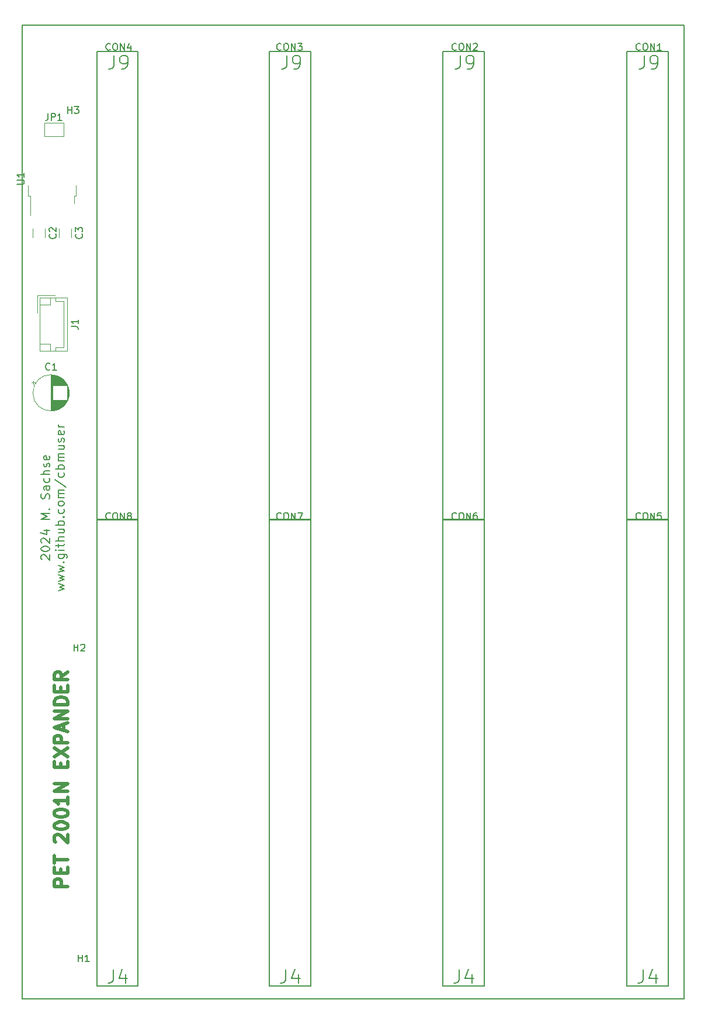
<source format=gbr>
G04 #@! TF.GenerationSoftware,KiCad,Pcbnew,5.0.2+dfsg1-1+deb10u1*
G04 #@! TF.CreationDate,2024-03-15T20:56:59+01:00*
G04 #@! TF.ProjectId,pet_expander,7065745f-6578-4706-916e-6465722e6b69,rev?*
G04 #@! TF.SameCoordinates,Original*
G04 #@! TF.FileFunction,Legend,Top*
G04 #@! TF.FilePolarity,Positive*
%FSLAX46Y46*%
G04 Gerber Fmt 4.6, Leading zero omitted, Abs format (unit mm)*
G04 Created by KiCad (PCBNEW 5.0.2+dfsg1-1+deb10u1) date Fr 15 Mär 2024 20:56:59 CET*
%MOMM*%
%LPD*%
G01*
G04 APERTURE LIST*
%ADD10C,0.158750*%
%ADD11C,0.476250*%
%ADD12C,0.200000*%
%ADD13C,0.120000*%
%ADD14C,0.150000*%
G04 APERTURE END LIST*
D10*
X60623601Y-96429285D02*
X60563125Y-96368809D01*
X60502648Y-96247857D01*
X60502648Y-95945476D01*
X60563125Y-95824523D01*
X60623601Y-95764047D01*
X60744553Y-95703571D01*
X60865505Y-95703571D01*
X61046934Y-95764047D01*
X61772648Y-96489761D01*
X61772648Y-95703571D01*
X60502648Y-94917380D02*
X60502648Y-94796428D01*
X60563125Y-94675476D01*
X60623601Y-94615000D01*
X60744553Y-94554523D01*
X60986458Y-94494047D01*
X61288839Y-94494047D01*
X61530744Y-94554523D01*
X61651696Y-94615000D01*
X61712172Y-94675476D01*
X61772648Y-94796428D01*
X61772648Y-94917380D01*
X61712172Y-95038333D01*
X61651696Y-95098809D01*
X61530744Y-95159285D01*
X61288839Y-95219761D01*
X60986458Y-95219761D01*
X60744553Y-95159285D01*
X60623601Y-95098809D01*
X60563125Y-95038333D01*
X60502648Y-94917380D01*
X60623601Y-94010238D02*
X60563125Y-93949761D01*
X60502648Y-93828809D01*
X60502648Y-93526428D01*
X60563125Y-93405476D01*
X60623601Y-93345000D01*
X60744553Y-93284523D01*
X60865505Y-93284523D01*
X61046934Y-93345000D01*
X61772648Y-94070714D01*
X61772648Y-93284523D01*
X60925982Y-92195952D02*
X61772648Y-92195952D01*
X60442172Y-92498333D02*
X61349315Y-92800714D01*
X61349315Y-92014523D01*
X61772648Y-90563095D02*
X60502648Y-90563095D01*
X61409791Y-90139761D01*
X60502648Y-89716428D01*
X61772648Y-89716428D01*
X61651696Y-89111666D02*
X61712172Y-89051190D01*
X61772648Y-89111666D01*
X61712172Y-89172142D01*
X61651696Y-89111666D01*
X61772648Y-89111666D01*
X61712172Y-87599761D02*
X61772648Y-87418333D01*
X61772648Y-87115952D01*
X61712172Y-86995000D01*
X61651696Y-86934523D01*
X61530744Y-86874047D01*
X61409791Y-86874047D01*
X61288839Y-86934523D01*
X61228363Y-86995000D01*
X61167886Y-87115952D01*
X61107410Y-87357857D01*
X61046934Y-87478809D01*
X60986458Y-87539285D01*
X60865505Y-87599761D01*
X60744553Y-87599761D01*
X60623601Y-87539285D01*
X60563125Y-87478809D01*
X60502648Y-87357857D01*
X60502648Y-87055476D01*
X60563125Y-86874047D01*
X61772648Y-85785476D02*
X61107410Y-85785476D01*
X60986458Y-85845952D01*
X60925982Y-85966904D01*
X60925982Y-86208809D01*
X60986458Y-86329761D01*
X61712172Y-85785476D02*
X61772648Y-85906428D01*
X61772648Y-86208809D01*
X61712172Y-86329761D01*
X61591220Y-86390238D01*
X61470267Y-86390238D01*
X61349315Y-86329761D01*
X61288839Y-86208809D01*
X61288839Y-85906428D01*
X61228363Y-85785476D01*
X61712172Y-84636428D02*
X61772648Y-84757380D01*
X61772648Y-84999285D01*
X61712172Y-85120238D01*
X61651696Y-85180714D01*
X61530744Y-85241190D01*
X61167886Y-85241190D01*
X61046934Y-85180714D01*
X60986458Y-85120238D01*
X60925982Y-84999285D01*
X60925982Y-84757380D01*
X60986458Y-84636428D01*
X61772648Y-84092142D02*
X60502648Y-84092142D01*
X61772648Y-83547857D02*
X61107410Y-83547857D01*
X60986458Y-83608333D01*
X60925982Y-83729285D01*
X60925982Y-83910714D01*
X60986458Y-84031666D01*
X61046934Y-84092142D01*
X61712172Y-83003571D02*
X61772648Y-82882619D01*
X61772648Y-82640714D01*
X61712172Y-82519761D01*
X61591220Y-82459285D01*
X61530744Y-82459285D01*
X61409791Y-82519761D01*
X61349315Y-82640714D01*
X61349315Y-82822142D01*
X61288839Y-82943095D01*
X61167886Y-83003571D01*
X61107410Y-83003571D01*
X60986458Y-82943095D01*
X60925982Y-82822142D01*
X60925982Y-82640714D01*
X60986458Y-82519761D01*
X61712172Y-81431190D02*
X61772648Y-81552142D01*
X61772648Y-81794047D01*
X61712172Y-81915000D01*
X61591220Y-81975476D01*
X61107410Y-81975476D01*
X60986458Y-81915000D01*
X60925982Y-81794047D01*
X60925982Y-81552142D01*
X60986458Y-81431190D01*
X61107410Y-81370714D01*
X61228363Y-81370714D01*
X61349315Y-81975476D01*
X62989732Y-100904523D02*
X63836398Y-100662619D01*
X63231636Y-100420714D01*
X63836398Y-100178809D01*
X62989732Y-99936904D01*
X62989732Y-99574047D02*
X63836398Y-99332142D01*
X63231636Y-99090238D01*
X63836398Y-98848333D01*
X62989732Y-98606428D01*
X62989732Y-98243571D02*
X63836398Y-98001666D01*
X63231636Y-97759761D01*
X63836398Y-97517857D01*
X62989732Y-97275952D01*
X63715446Y-96792142D02*
X63775922Y-96731666D01*
X63836398Y-96792142D01*
X63775922Y-96852619D01*
X63715446Y-96792142D01*
X63836398Y-96792142D01*
X62989732Y-95643095D02*
X64017827Y-95643095D01*
X64138779Y-95703571D01*
X64199255Y-95764047D01*
X64259732Y-95885000D01*
X64259732Y-96066428D01*
X64199255Y-96187380D01*
X63775922Y-95643095D02*
X63836398Y-95764047D01*
X63836398Y-96005952D01*
X63775922Y-96126904D01*
X63715446Y-96187380D01*
X63594494Y-96247857D01*
X63231636Y-96247857D01*
X63110684Y-96187380D01*
X63050208Y-96126904D01*
X62989732Y-96005952D01*
X62989732Y-95764047D01*
X63050208Y-95643095D01*
X63836398Y-95038333D02*
X62989732Y-95038333D01*
X62566398Y-95038333D02*
X62626875Y-95098809D01*
X62687351Y-95038333D01*
X62626875Y-94977857D01*
X62566398Y-95038333D01*
X62687351Y-95038333D01*
X62989732Y-94615000D02*
X62989732Y-94131190D01*
X62566398Y-94433571D02*
X63654970Y-94433571D01*
X63775922Y-94373095D01*
X63836398Y-94252142D01*
X63836398Y-94131190D01*
X63836398Y-93707857D02*
X62566398Y-93707857D01*
X63836398Y-93163571D02*
X63171160Y-93163571D01*
X63050208Y-93224047D01*
X62989732Y-93345000D01*
X62989732Y-93526428D01*
X63050208Y-93647380D01*
X63110684Y-93707857D01*
X62989732Y-92014523D02*
X63836398Y-92014523D01*
X62989732Y-92558809D02*
X63654970Y-92558809D01*
X63775922Y-92498333D01*
X63836398Y-92377380D01*
X63836398Y-92195952D01*
X63775922Y-92075000D01*
X63715446Y-92014523D01*
X63836398Y-91409761D02*
X62566398Y-91409761D01*
X63050208Y-91409761D02*
X62989732Y-91288809D01*
X62989732Y-91046904D01*
X63050208Y-90925952D01*
X63110684Y-90865476D01*
X63231636Y-90805000D01*
X63594494Y-90805000D01*
X63715446Y-90865476D01*
X63775922Y-90925952D01*
X63836398Y-91046904D01*
X63836398Y-91288809D01*
X63775922Y-91409761D01*
X63715446Y-90260714D02*
X63775922Y-90200238D01*
X63836398Y-90260714D01*
X63775922Y-90321190D01*
X63715446Y-90260714D01*
X63836398Y-90260714D01*
X63775922Y-89111666D02*
X63836398Y-89232619D01*
X63836398Y-89474523D01*
X63775922Y-89595476D01*
X63715446Y-89655952D01*
X63594494Y-89716428D01*
X63231636Y-89716428D01*
X63110684Y-89655952D01*
X63050208Y-89595476D01*
X62989732Y-89474523D01*
X62989732Y-89232619D01*
X63050208Y-89111666D01*
X63836398Y-88385952D02*
X63775922Y-88506904D01*
X63715446Y-88567380D01*
X63594494Y-88627857D01*
X63231636Y-88627857D01*
X63110684Y-88567380D01*
X63050208Y-88506904D01*
X62989732Y-88385952D01*
X62989732Y-88204523D01*
X63050208Y-88083571D01*
X63110684Y-88023095D01*
X63231636Y-87962619D01*
X63594494Y-87962619D01*
X63715446Y-88023095D01*
X63775922Y-88083571D01*
X63836398Y-88204523D01*
X63836398Y-88385952D01*
X63836398Y-87418333D02*
X62989732Y-87418333D01*
X63110684Y-87418333D02*
X63050208Y-87357857D01*
X62989732Y-87236904D01*
X62989732Y-87055476D01*
X63050208Y-86934523D01*
X63171160Y-86874047D01*
X63836398Y-86874047D01*
X63171160Y-86874047D02*
X63050208Y-86813571D01*
X62989732Y-86692619D01*
X62989732Y-86511190D01*
X63050208Y-86390238D01*
X63171160Y-86329761D01*
X63836398Y-86329761D01*
X62505922Y-84817857D02*
X64138779Y-85906428D01*
X63775922Y-83850238D02*
X63836398Y-83971190D01*
X63836398Y-84213095D01*
X63775922Y-84334047D01*
X63715446Y-84394523D01*
X63594494Y-84455000D01*
X63231636Y-84455000D01*
X63110684Y-84394523D01*
X63050208Y-84334047D01*
X62989732Y-84213095D01*
X62989732Y-83971190D01*
X63050208Y-83850238D01*
X63836398Y-83305952D02*
X62566398Y-83305952D01*
X63050208Y-83305952D02*
X62989732Y-83185000D01*
X62989732Y-82943095D01*
X63050208Y-82822142D01*
X63110684Y-82761666D01*
X63231636Y-82701190D01*
X63594494Y-82701190D01*
X63715446Y-82761666D01*
X63775922Y-82822142D01*
X63836398Y-82943095D01*
X63836398Y-83185000D01*
X63775922Y-83305952D01*
X63836398Y-82156904D02*
X62989732Y-82156904D01*
X63110684Y-82156904D02*
X63050208Y-82096428D01*
X62989732Y-81975476D01*
X62989732Y-81794047D01*
X63050208Y-81673095D01*
X63171160Y-81612619D01*
X63836398Y-81612619D01*
X63171160Y-81612619D02*
X63050208Y-81552142D01*
X62989732Y-81431190D01*
X62989732Y-81249761D01*
X63050208Y-81128809D01*
X63171160Y-81068333D01*
X63836398Y-81068333D01*
X62989732Y-79919285D02*
X63836398Y-79919285D01*
X62989732Y-80463571D02*
X63654970Y-80463571D01*
X63775922Y-80403095D01*
X63836398Y-80282142D01*
X63836398Y-80100714D01*
X63775922Y-79979761D01*
X63715446Y-79919285D01*
X63775922Y-79375000D02*
X63836398Y-79254047D01*
X63836398Y-79012142D01*
X63775922Y-78891190D01*
X63654970Y-78830714D01*
X63594494Y-78830714D01*
X63473541Y-78891190D01*
X63413065Y-79012142D01*
X63413065Y-79193571D01*
X63352589Y-79314523D01*
X63231636Y-79375000D01*
X63171160Y-79375000D01*
X63050208Y-79314523D01*
X62989732Y-79193571D01*
X62989732Y-79012142D01*
X63050208Y-78891190D01*
X63775922Y-77802619D02*
X63836398Y-77923571D01*
X63836398Y-78165476D01*
X63775922Y-78286428D01*
X63654970Y-78346904D01*
X63171160Y-78346904D01*
X63050208Y-78286428D01*
X62989732Y-78165476D01*
X62989732Y-77923571D01*
X63050208Y-77802619D01*
X63171160Y-77742142D01*
X63292113Y-77742142D01*
X63413065Y-78346904D01*
X63836398Y-77197857D02*
X62989732Y-77197857D01*
X63231636Y-77197857D02*
X63110684Y-77137380D01*
X63050208Y-77076904D01*
X62989732Y-76955952D01*
X62989732Y-76835000D01*
D11*
X64361785Y-143736785D02*
X62456785Y-143736785D01*
X62456785Y-143011071D01*
X62547500Y-142829642D01*
X62638214Y-142738928D01*
X62819642Y-142648214D01*
X63091785Y-142648214D01*
X63273214Y-142738928D01*
X63363928Y-142829642D01*
X63454642Y-143011071D01*
X63454642Y-143736785D01*
X63363928Y-141831785D02*
X63363928Y-141196785D01*
X64361785Y-140924642D02*
X64361785Y-141831785D01*
X62456785Y-141831785D01*
X62456785Y-140924642D01*
X62456785Y-140380357D02*
X62456785Y-139291785D01*
X64361785Y-139836071D02*
X62456785Y-139836071D01*
X62638214Y-137296071D02*
X62547500Y-137205357D01*
X62456785Y-137023928D01*
X62456785Y-136570357D01*
X62547500Y-136388928D01*
X62638214Y-136298214D01*
X62819642Y-136207500D01*
X63001071Y-136207500D01*
X63273214Y-136298214D01*
X64361785Y-137386785D01*
X64361785Y-136207500D01*
X62456785Y-135028214D02*
X62456785Y-134846785D01*
X62547500Y-134665357D01*
X62638214Y-134574642D01*
X62819642Y-134483928D01*
X63182500Y-134393214D01*
X63636071Y-134393214D01*
X63998928Y-134483928D01*
X64180357Y-134574642D01*
X64271071Y-134665357D01*
X64361785Y-134846785D01*
X64361785Y-135028214D01*
X64271071Y-135209642D01*
X64180357Y-135300357D01*
X63998928Y-135391071D01*
X63636071Y-135481785D01*
X63182500Y-135481785D01*
X62819642Y-135391071D01*
X62638214Y-135300357D01*
X62547500Y-135209642D01*
X62456785Y-135028214D01*
X62456785Y-133213928D02*
X62456785Y-133032500D01*
X62547500Y-132851071D01*
X62638214Y-132760357D01*
X62819642Y-132669642D01*
X63182500Y-132578928D01*
X63636071Y-132578928D01*
X63998928Y-132669642D01*
X64180357Y-132760357D01*
X64271071Y-132851071D01*
X64361785Y-133032500D01*
X64361785Y-133213928D01*
X64271071Y-133395357D01*
X64180357Y-133486071D01*
X63998928Y-133576785D01*
X63636071Y-133667500D01*
X63182500Y-133667500D01*
X62819642Y-133576785D01*
X62638214Y-133486071D01*
X62547500Y-133395357D01*
X62456785Y-133213928D01*
X64361785Y-130764642D02*
X64361785Y-131853214D01*
X64361785Y-131308928D02*
X62456785Y-131308928D01*
X62728928Y-131490357D01*
X62910357Y-131671785D01*
X63001071Y-131853214D01*
X64361785Y-129948214D02*
X62456785Y-129948214D01*
X64361785Y-128859642D01*
X62456785Y-128859642D01*
X63363928Y-126501071D02*
X63363928Y-125866071D01*
X64361785Y-125593928D02*
X64361785Y-126501071D01*
X62456785Y-126501071D01*
X62456785Y-125593928D01*
X62456785Y-124958928D02*
X64361785Y-123688928D01*
X62456785Y-123688928D02*
X64361785Y-124958928D01*
X64361785Y-122963214D02*
X62456785Y-122963214D01*
X62456785Y-122237500D01*
X62547500Y-122056071D01*
X62638214Y-121965357D01*
X62819642Y-121874642D01*
X63091785Y-121874642D01*
X63273214Y-121965357D01*
X63363928Y-122056071D01*
X63454642Y-122237500D01*
X63454642Y-122963214D01*
X63817500Y-121148928D02*
X63817500Y-120241785D01*
X64361785Y-121330357D02*
X62456785Y-120695357D01*
X64361785Y-120060357D01*
X64361785Y-119425357D02*
X62456785Y-119425357D01*
X64361785Y-118336785D01*
X62456785Y-118336785D01*
X64361785Y-117429642D02*
X62456785Y-117429642D01*
X62456785Y-116976071D01*
X62547500Y-116703928D01*
X62728928Y-116522500D01*
X62910357Y-116431785D01*
X63273214Y-116341071D01*
X63545357Y-116341071D01*
X63908214Y-116431785D01*
X64089642Y-116522500D01*
X64271071Y-116703928D01*
X64361785Y-116976071D01*
X64361785Y-117429642D01*
X63363928Y-115524642D02*
X63363928Y-114889642D01*
X64361785Y-114617500D02*
X64361785Y-115524642D01*
X62456785Y-115524642D01*
X62456785Y-114617500D01*
X64361785Y-112712500D02*
X63454642Y-113347500D01*
X64361785Y-113801071D02*
X62456785Y-113801071D01*
X62456785Y-113075357D01*
X62547500Y-112893928D01*
X62638214Y-112803214D01*
X62819642Y-112712500D01*
X63091785Y-112712500D01*
X63273214Y-112803214D01*
X63363928Y-112893928D01*
X63454642Y-113075357D01*
X63454642Y-113801071D01*
D12*
X57785000Y-19050000D02*
X64770000Y-19050000D01*
X57785000Y-160020000D02*
X57785000Y-19050000D01*
X153670000Y-160020000D02*
X57785000Y-160020000D01*
X153670000Y-19050000D02*
X153670000Y-160020000D01*
X64770000Y-19050000D02*
X153670000Y-19050000D01*
D13*
G04 #@! TO.C,C3*
X63088000Y-48500000D02*
X63088000Y-49758000D01*
X64928000Y-48500000D02*
X64928000Y-49758000D01*
G04 #@! TO.C,C2*
X59278000Y-48500000D02*
X59278000Y-49758000D01*
X61118000Y-48500000D02*
X61118000Y-49758000D01*
G04 #@! TO.C,JP1*
X60957000Y-33163000D02*
X63757000Y-33163000D01*
X63757000Y-33163000D02*
X63757000Y-35163000D01*
X63757000Y-35163000D02*
X60957000Y-35163000D01*
X60957000Y-35163000D02*
X60957000Y-33163000D01*
G04 #@! TO.C,C1*
X59401225Y-70538000D02*
X59401225Y-71038000D01*
X59151225Y-70788000D02*
X59651225Y-70788000D01*
X64557000Y-71979000D02*
X64557000Y-72547000D01*
X64517000Y-71745000D02*
X64517000Y-72781000D01*
X64477000Y-71586000D02*
X64477000Y-72940000D01*
X64437000Y-71458000D02*
X64437000Y-73068000D01*
X64397000Y-71348000D02*
X64397000Y-73178000D01*
X64357000Y-71252000D02*
X64357000Y-73274000D01*
X64317000Y-71165000D02*
X64317000Y-73361000D01*
X64277000Y-71085000D02*
X64277000Y-73441000D01*
X64237000Y-73303000D02*
X64237000Y-73514000D01*
X64237000Y-71012000D02*
X64237000Y-71223000D01*
X64197000Y-73303000D02*
X64197000Y-73582000D01*
X64197000Y-70944000D02*
X64197000Y-71223000D01*
X64157000Y-73303000D02*
X64157000Y-73646000D01*
X64157000Y-70880000D02*
X64157000Y-71223000D01*
X64117000Y-73303000D02*
X64117000Y-73706000D01*
X64117000Y-70820000D02*
X64117000Y-71223000D01*
X64077000Y-73303000D02*
X64077000Y-73763000D01*
X64077000Y-70763000D02*
X64077000Y-71223000D01*
X64037000Y-73303000D02*
X64037000Y-73817000D01*
X64037000Y-70709000D02*
X64037000Y-71223000D01*
X63997000Y-73303000D02*
X63997000Y-73868000D01*
X63997000Y-70658000D02*
X63997000Y-71223000D01*
X63957000Y-73303000D02*
X63957000Y-73916000D01*
X63957000Y-70610000D02*
X63957000Y-71223000D01*
X63917000Y-73303000D02*
X63917000Y-73962000D01*
X63917000Y-70564000D02*
X63917000Y-71223000D01*
X63877000Y-73303000D02*
X63877000Y-74006000D01*
X63877000Y-70520000D02*
X63877000Y-71223000D01*
X63837000Y-73303000D02*
X63837000Y-74048000D01*
X63837000Y-70478000D02*
X63837000Y-71223000D01*
X63797000Y-73303000D02*
X63797000Y-74089000D01*
X63797000Y-70437000D02*
X63797000Y-71223000D01*
X63757000Y-73303000D02*
X63757000Y-74127000D01*
X63757000Y-70399000D02*
X63757000Y-71223000D01*
X63717000Y-73303000D02*
X63717000Y-74164000D01*
X63717000Y-70362000D02*
X63717000Y-71223000D01*
X63677000Y-73303000D02*
X63677000Y-74200000D01*
X63677000Y-70326000D02*
X63677000Y-71223000D01*
X63637000Y-73303000D02*
X63637000Y-74234000D01*
X63637000Y-70292000D02*
X63637000Y-71223000D01*
X63597000Y-73303000D02*
X63597000Y-74267000D01*
X63597000Y-70259000D02*
X63597000Y-71223000D01*
X63557000Y-73303000D02*
X63557000Y-74298000D01*
X63557000Y-70228000D02*
X63557000Y-71223000D01*
X63517000Y-73303000D02*
X63517000Y-74328000D01*
X63517000Y-70198000D02*
X63517000Y-71223000D01*
X63477000Y-73303000D02*
X63477000Y-74358000D01*
X63477000Y-70168000D02*
X63477000Y-71223000D01*
X63437000Y-73303000D02*
X63437000Y-74385000D01*
X63437000Y-70141000D02*
X63437000Y-71223000D01*
X63397000Y-73303000D02*
X63397000Y-74412000D01*
X63397000Y-70114000D02*
X63397000Y-71223000D01*
X63357000Y-73303000D02*
X63357000Y-74438000D01*
X63357000Y-70088000D02*
X63357000Y-71223000D01*
X63317000Y-73303000D02*
X63317000Y-74463000D01*
X63317000Y-70063000D02*
X63317000Y-71223000D01*
X63277000Y-73303000D02*
X63277000Y-74487000D01*
X63277000Y-70039000D02*
X63277000Y-71223000D01*
X63237000Y-73303000D02*
X63237000Y-74510000D01*
X63237000Y-70016000D02*
X63237000Y-71223000D01*
X63197000Y-73303000D02*
X63197000Y-74531000D01*
X63197000Y-69995000D02*
X63197000Y-71223000D01*
X63157000Y-73303000D02*
X63157000Y-74553000D01*
X63157000Y-69973000D02*
X63157000Y-71223000D01*
X63117000Y-73303000D02*
X63117000Y-74573000D01*
X63117000Y-69953000D02*
X63117000Y-71223000D01*
X63077000Y-73303000D02*
X63077000Y-74592000D01*
X63077000Y-69934000D02*
X63077000Y-71223000D01*
X63037000Y-73303000D02*
X63037000Y-74611000D01*
X63037000Y-69915000D02*
X63037000Y-71223000D01*
X62997000Y-73303000D02*
X62997000Y-74628000D01*
X62997000Y-69898000D02*
X62997000Y-71223000D01*
X62957000Y-73303000D02*
X62957000Y-74645000D01*
X62957000Y-69881000D02*
X62957000Y-71223000D01*
X62917000Y-73303000D02*
X62917000Y-74661000D01*
X62917000Y-69865000D02*
X62917000Y-71223000D01*
X62877000Y-73303000D02*
X62877000Y-74677000D01*
X62877000Y-69849000D02*
X62877000Y-71223000D01*
X62837000Y-73303000D02*
X62837000Y-74691000D01*
X62837000Y-69835000D02*
X62837000Y-71223000D01*
X62797000Y-73303000D02*
X62797000Y-74705000D01*
X62797000Y-69821000D02*
X62797000Y-71223000D01*
X62757000Y-73303000D02*
X62757000Y-74718000D01*
X62757000Y-69808000D02*
X62757000Y-71223000D01*
X62717000Y-73303000D02*
X62717000Y-74731000D01*
X62717000Y-69795000D02*
X62717000Y-71223000D01*
X62677000Y-73303000D02*
X62677000Y-74743000D01*
X62677000Y-69783000D02*
X62677000Y-71223000D01*
X62636000Y-73303000D02*
X62636000Y-74754000D01*
X62636000Y-69772000D02*
X62636000Y-71223000D01*
X62596000Y-73303000D02*
X62596000Y-74764000D01*
X62596000Y-69762000D02*
X62596000Y-71223000D01*
X62556000Y-73303000D02*
X62556000Y-74774000D01*
X62556000Y-69752000D02*
X62556000Y-71223000D01*
X62516000Y-73303000D02*
X62516000Y-74783000D01*
X62516000Y-69743000D02*
X62516000Y-71223000D01*
X62476000Y-73303000D02*
X62476000Y-74791000D01*
X62476000Y-69735000D02*
X62476000Y-71223000D01*
X62436000Y-73303000D02*
X62436000Y-74799000D01*
X62436000Y-69727000D02*
X62436000Y-71223000D01*
X62396000Y-73303000D02*
X62396000Y-74806000D01*
X62396000Y-69720000D02*
X62396000Y-71223000D01*
X62356000Y-73303000D02*
X62356000Y-74813000D01*
X62356000Y-69713000D02*
X62356000Y-71223000D01*
X62316000Y-73303000D02*
X62316000Y-74819000D01*
X62316000Y-69707000D02*
X62316000Y-71223000D01*
X62276000Y-73303000D02*
X62276000Y-74824000D01*
X62276000Y-69702000D02*
X62276000Y-71223000D01*
X62236000Y-73303000D02*
X62236000Y-74828000D01*
X62236000Y-69698000D02*
X62236000Y-71223000D01*
X62196000Y-73303000D02*
X62196000Y-74832000D01*
X62196000Y-69694000D02*
X62196000Y-71223000D01*
X62156000Y-69690000D02*
X62156000Y-74836000D01*
X62116000Y-69687000D02*
X62116000Y-74839000D01*
X62076000Y-69685000D02*
X62076000Y-74841000D01*
X62036000Y-69684000D02*
X62036000Y-74842000D01*
X61996000Y-69683000D02*
X61996000Y-74843000D01*
X61956000Y-69683000D02*
X61956000Y-74843000D01*
X64576000Y-72263000D02*
G75*
G03X64576000Y-72263000I-2620000J0D01*
G01*
G04 #@! TO.C,U1*
X65283000Y-43745000D02*
X65283000Y-44845000D01*
X65553000Y-43745000D02*
X65283000Y-43745000D01*
X65553000Y-42245000D02*
X65553000Y-43745000D01*
X58923000Y-43745000D02*
X58923000Y-46575000D01*
X58653000Y-43745000D02*
X58923000Y-43745000D01*
X58653000Y-42245000D02*
X58653000Y-43745000D01*
G04 #@! TO.C,J1*
X60001000Y-58177000D02*
X60001000Y-60677000D01*
X62501000Y-58177000D02*
X60001000Y-58177000D01*
X61801000Y-65197000D02*
X60301000Y-65197000D01*
X61801000Y-66197000D02*
X61801000Y-65197000D01*
X61801000Y-59477000D02*
X60301000Y-59477000D01*
X61801000Y-58477000D02*
X61801000Y-59477000D01*
X62611000Y-65697000D02*
X62611000Y-66197000D01*
X63821000Y-65697000D02*
X62611000Y-65697000D01*
X63821000Y-58977000D02*
X63821000Y-65697000D01*
X62611000Y-58977000D02*
X63821000Y-58977000D01*
X62611000Y-58477000D02*
X62611000Y-58977000D01*
X64321000Y-66197000D02*
X64321000Y-58477000D01*
X60301000Y-66197000D02*
X64321000Y-66197000D01*
X60301000Y-58477000D02*
X60301000Y-66197000D01*
X64321000Y-58477000D02*
X60301000Y-58477000D01*
D14*
G04 #@! TO.C,CON8*
X68580000Y-158115000D02*
X74549000Y-158115000D01*
X68580000Y-90678000D02*
X68580000Y-158115000D01*
X74549000Y-90678000D02*
X74549000Y-158115000D01*
X68580000Y-90678000D02*
X74549000Y-90678000D01*
G04 #@! TO.C,CON1*
X145415000Y-90170000D02*
X145415000Y-90551000D01*
X151384000Y-90043000D02*
X151384000Y-90551000D01*
X145415000Y-90551000D02*
X151384000Y-90551000D01*
X145415000Y-22860000D02*
X145415000Y-90170000D01*
X151384000Y-22860000D02*
X151384000Y-90043000D01*
X145415000Y-22860000D02*
X151384000Y-22860000D01*
G04 #@! TO.C,CON7*
X93599000Y-158115000D02*
X99568000Y-158115000D01*
X93599000Y-90678000D02*
X93599000Y-158115000D01*
X99568000Y-90678000D02*
X99568000Y-158115000D01*
X93599000Y-90678000D02*
X99568000Y-90678000D01*
G04 #@! TO.C,CON4*
X68580000Y-90170000D02*
X68580000Y-90551000D01*
X74549000Y-90043000D02*
X74549000Y-90551000D01*
X68580000Y-90551000D02*
X74549000Y-90551000D01*
X68580000Y-22860000D02*
X68580000Y-90170000D01*
X74549000Y-22860000D02*
X74549000Y-90043000D01*
X68580000Y-22860000D02*
X74549000Y-22860000D01*
G04 #@! TO.C,CON6*
X118745000Y-158115000D02*
X124714000Y-158115000D01*
X118745000Y-90678000D02*
X118745000Y-158115000D01*
X124714000Y-90678000D02*
X124714000Y-158115000D01*
X118745000Y-90678000D02*
X124714000Y-90678000D01*
G04 #@! TO.C,CON3*
X93599000Y-90170000D02*
X93599000Y-90551000D01*
X99568000Y-90043000D02*
X99568000Y-90551000D01*
X93599000Y-90551000D02*
X99568000Y-90551000D01*
X93599000Y-22860000D02*
X93599000Y-90170000D01*
X99568000Y-22860000D02*
X99568000Y-90043000D01*
X93599000Y-22860000D02*
X99568000Y-22860000D01*
G04 #@! TO.C,CON5*
X145415000Y-158115000D02*
X151384000Y-158115000D01*
X145415000Y-90678000D02*
X145415000Y-158115000D01*
X151384000Y-90678000D02*
X151384000Y-158115000D01*
X145415000Y-90678000D02*
X151384000Y-90678000D01*
G04 #@! TO.C,CON2*
X118745000Y-90170000D02*
X118745000Y-90551000D01*
X124714000Y-90043000D02*
X124714000Y-90551000D01*
X118745000Y-90551000D02*
X124714000Y-90551000D01*
X118745000Y-22860000D02*
X118745000Y-90170000D01*
X124714000Y-22860000D02*
X124714000Y-90043000D01*
X118745000Y-22860000D02*
X124714000Y-22860000D01*
G04 #@! TO.C,C3*
X66415142Y-49295666D02*
X66462761Y-49343285D01*
X66510380Y-49486142D01*
X66510380Y-49581380D01*
X66462761Y-49724238D01*
X66367523Y-49819476D01*
X66272285Y-49867095D01*
X66081809Y-49914714D01*
X65938952Y-49914714D01*
X65748476Y-49867095D01*
X65653238Y-49819476D01*
X65558000Y-49724238D01*
X65510380Y-49581380D01*
X65510380Y-49486142D01*
X65558000Y-49343285D01*
X65605619Y-49295666D01*
X65510380Y-48962333D02*
X65510380Y-48343285D01*
X65891333Y-48676619D01*
X65891333Y-48533761D01*
X65938952Y-48438523D01*
X65986571Y-48390904D01*
X66081809Y-48343285D01*
X66319904Y-48343285D01*
X66415142Y-48390904D01*
X66462761Y-48438523D01*
X66510380Y-48533761D01*
X66510380Y-48819476D01*
X66462761Y-48914714D01*
X66415142Y-48962333D01*
G04 #@! TO.C,C2*
X62605142Y-49295666D02*
X62652761Y-49343285D01*
X62700380Y-49486142D01*
X62700380Y-49581380D01*
X62652761Y-49724238D01*
X62557523Y-49819476D01*
X62462285Y-49867095D01*
X62271809Y-49914714D01*
X62128952Y-49914714D01*
X61938476Y-49867095D01*
X61843238Y-49819476D01*
X61748000Y-49724238D01*
X61700380Y-49581380D01*
X61700380Y-49486142D01*
X61748000Y-49343285D01*
X61795619Y-49295666D01*
X61795619Y-48914714D02*
X61748000Y-48867095D01*
X61700380Y-48771857D01*
X61700380Y-48533761D01*
X61748000Y-48438523D01*
X61795619Y-48390904D01*
X61890857Y-48343285D01*
X61986095Y-48343285D01*
X62128952Y-48390904D01*
X62700380Y-48962333D01*
X62700380Y-48343285D01*
G04 #@! TO.C,JP1*
X61523666Y-31815380D02*
X61523666Y-32529666D01*
X61476047Y-32672523D01*
X61380809Y-32767761D01*
X61237952Y-32815380D01*
X61142714Y-32815380D01*
X61999857Y-32815380D02*
X61999857Y-31815380D01*
X62380809Y-31815380D01*
X62476047Y-31863000D01*
X62523666Y-31910619D01*
X62571285Y-32005857D01*
X62571285Y-32148714D01*
X62523666Y-32243952D01*
X62476047Y-32291571D01*
X62380809Y-32339190D01*
X61999857Y-32339190D01*
X63523666Y-32815380D02*
X62952238Y-32815380D01*
X63237952Y-32815380D02*
X63237952Y-31815380D01*
X63142714Y-31958238D01*
X63047476Y-32053476D01*
X62952238Y-32101095D01*
G04 #@! TO.C,H3*
X64389095Y-31821380D02*
X64389095Y-30821380D01*
X64389095Y-31297571D02*
X64960523Y-31297571D01*
X64960523Y-31821380D02*
X64960523Y-30821380D01*
X65341476Y-30821380D02*
X65960523Y-30821380D01*
X65627190Y-31202333D01*
X65770047Y-31202333D01*
X65865285Y-31249952D01*
X65912904Y-31297571D01*
X65960523Y-31392809D01*
X65960523Y-31630904D01*
X65912904Y-31726142D01*
X65865285Y-31773761D01*
X65770047Y-31821380D01*
X65484333Y-31821380D01*
X65389095Y-31773761D01*
X65341476Y-31726142D01*
G04 #@! TO.C,H2*
X65278095Y-109672380D02*
X65278095Y-108672380D01*
X65278095Y-109148571D02*
X65849523Y-109148571D01*
X65849523Y-109672380D02*
X65849523Y-108672380D01*
X66278095Y-108767619D02*
X66325714Y-108720000D01*
X66420952Y-108672380D01*
X66659047Y-108672380D01*
X66754285Y-108720000D01*
X66801904Y-108767619D01*
X66849523Y-108862857D01*
X66849523Y-108958095D01*
X66801904Y-109100952D01*
X66230476Y-109672380D01*
X66849523Y-109672380D01*
G04 #@! TO.C,H1*
X65913095Y-154630380D02*
X65913095Y-153630380D01*
X65913095Y-154106571D02*
X66484523Y-154106571D01*
X66484523Y-154630380D02*
X66484523Y-153630380D01*
X67484523Y-154630380D02*
X66913095Y-154630380D01*
X67198809Y-154630380D02*
X67198809Y-153630380D01*
X67103571Y-153773238D01*
X67008333Y-153868476D01*
X66913095Y-153916095D01*
G04 #@! TO.C,C1*
X61789333Y-68870142D02*
X61741714Y-68917761D01*
X61598857Y-68965380D01*
X61503619Y-68965380D01*
X61360761Y-68917761D01*
X61265523Y-68822523D01*
X61217904Y-68727285D01*
X61170285Y-68536809D01*
X61170285Y-68393952D01*
X61217904Y-68203476D01*
X61265523Y-68108238D01*
X61360761Y-68013000D01*
X61503619Y-67965380D01*
X61598857Y-67965380D01*
X61741714Y-68013000D01*
X61789333Y-68060619D01*
X62741714Y-68965380D02*
X62170285Y-68965380D01*
X62456000Y-68965380D02*
X62456000Y-67965380D01*
X62360761Y-68108238D01*
X62265523Y-68203476D01*
X62170285Y-68251095D01*
G04 #@! TO.C,U1*
X57055380Y-42036904D02*
X57864904Y-42036904D01*
X57960142Y-41989285D01*
X58007761Y-41941666D01*
X58055380Y-41846428D01*
X58055380Y-41655952D01*
X58007761Y-41560714D01*
X57960142Y-41513095D01*
X57864904Y-41465476D01*
X57055380Y-41465476D01*
X58055380Y-40465476D02*
X58055380Y-41036904D01*
X58055380Y-40751190D02*
X57055380Y-40751190D01*
X57198238Y-40846428D01*
X57293476Y-40941666D01*
X57341095Y-41036904D01*
G04 #@! TO.C,J1*
X64863380Y-62670333D02*
X65577666Y-62670333D01*
X65720523Y-62717952D01*
X65815761Y-62813190D01*
X65863380Y-62956047D01*
X65863380Y-63051285D01*
X65863380Y-61670333D02*
X65863380Y-62241761D01*
X65863380Y-61956047D02*
X64863380Y-61956047D01*
X65006238Y-62051285D01*
X65101476Y-62146523D01*
X65149095Y-62241761D01*
G04 #@! TO.C,CON8*
X70540714Y-90527142D02*
X70493095Y-90574761D01*
X70350238Y-90622380D01*
X70255000Y-90622380D01*
X70112142Y-90574761D01*
X70016904Y-90479523D01*
X69969285Y-90384285D01*
X69921666Y-90193809D01*
X69921666Y-90050952D01*
X69969285Y-89860476D01*
X70016904Y-89765238D01*
X70112142Y-89670000D01*
X70255000Y-89622380D01*
X70350238Y-89622380D01*
X70493095Y-89670000D01*
X70540714Y-89717619D01*
X71159761Y-89622380D02*
X71350238Y-89622380D01*
X71445476Y-89670000D01*
X71540714Y-89765238D01*
X71588333Y-89955714D01*
X71588333Y-90289047D01*
X71540714Y-90479523D01*
X71445476Y-90574761D01*
X71350238Y-90622380D01*
X71159761Y-90622380D01*
X71064523Y-90574761D01*
X70969285Y-90479523D01*
X70921666Y-90289047D01*
X70921666Y-89955714D01*
X70969285Y-89765238D01*
X71064523Y-89670000D01*
X71159761Y-89622380D01*
X72016904Y-90622380D02*
X72016904Y-89622380D01*
X72588333Y-90622380D01*
X72588333Y-89622380D01*
X73207380Y-90050952D02*
X73112142Y-90003333D01*
X73064523Y-89955714D01*
X73016904Y-89860476D01*
X73016904Y-89812857D01*
X73064523Y-89717619D01*
X73112142Y-89670000D01*
X73207380Y-89622380D01*
X73397857Y-89622380D01*
X73493095Y-89670000D01*
X73540714Y-89717619D01*
X73588333Y-89812857D01*
X73588333Y-89860476D01*
X73540714Y-89955714D01*
X73493095Y-90003333D01*
X73397857Y-90050952D01*
X73207380Y-90050952D01*
X73112142Y-90098571D01*
X73064523Y-90146190D01*
X73016904Y-90241428D01*
X73016904Y-90431904D01*
X73064523Y-90527142D01*
X73112142Y-90574761D01*
X73207380Y-90622380D01*
X73397857Y-90622380D01*
X73493095Y-90574761D01*
X73540714Y-90527142D01*
X73588333Y-90431904D01*
X73588333Y-90241428D01*
X73540714Y-90146190D01*
X73493095Y-90098571D01*
X73397857Y-90050952D01*
X70961333Y-155749761D02*
X70961333Y-157178333D01*
X70866095Y-157464047D01*
X70675619Y-157654523D01*
X70389904Y-157749761D01*
X70199428Y-157749761D01*
X72770857Y-156416428D02*
X72770857Y-157749761D01*
X72294666Y-155654523D02*
X71818476Y-157083095D01*
X73056571Y-157083095D01*
G04 #@! TO.C,CON1*
X147375714Y-22582142D02*
X147328095Y-22629761D01*
X147185238Y-22677380D01*
X147090000Y-22677380D01*
X146947142Y-22629761D01*
X146851904Y-22534523D01*
X146804285Y-22439285D01*
X146756666Y-22248809D01*
X146756666Y-22105952D01*
X146804285Y-21915476D01*
X146851904Y-21820238D01*
X146947142Y-21725000D01*
X147090000Y-21677380D01*
X147185238Y-21677380D01*
X147328095Y-21725000D01*
X147375714Y-21772619D01*
X147994761Y-21677380D02*
X148185238Y-21677380D01*
X148280476Y-21725000D01*
X148375714Y-21820238D01*
X148423333Y-22010714D01*
X148423333Y-22344047D01*
X148375714Y-22534523D01*
X148280476Y-22629761D01*
X148185238Y-22677380D01*
X147994761Y-22677380D01*
X147899523Y-22629761D01*
X147804285Y-22534523D01*
X147756666Y-22344047D01*
X147756666Y-22010714D01*
X147804285Y-21820238D01*
X147899523Y-21725000D01*
X147994761Y-21677380D01*
X148851904Y-22677380D02*
X148851904Y-21677380D01*
X149423333Y-22677380D01*
X149423333Y-21677380D01*
X150423333Y-22677380D02*
X149851904Y-22677380D01*
X150137619Y-22677380D02*
X150137619Y-21677380D01*
X150042380Y-21820238D01*
X149947142Y-21915476D01*
X149851904Y-21963095D01*
X147923333Y-23415761D02*
X147923333Y-24844333D01*
X147828095Y-25130047D01*
X147637619Y-25320523D01*
X147351904Y-25415761D01*
X147161428Y-25415761D01*
X148970952Y-25415761D02*
X149351904Y-25415761D01*
X149542380Y-25320523D01*
X149637619Y-25225285D01*
X149828095Y-24939571D01*
X149923333Y-24558619D01*
X149923333Y-23796714D01*
X149828095Y-23606238D01*
X149732857Y-23511000D01*
X149542380Y-23415761D01*
X149161428Y-23415761D01*
X148970952Y-23511000D01*
X148875714Y-23606238D01*
X148780476Y-23796714D01*
X148780476Y-24272904D01*
X148875714Y-24463380D01*
X148970952Y-24558619D01*
X149161428Y-24653857D01*
X149542380Y-24653857D01*
X149732857Y-24558619D01*
X149828095Y-24463380D01*
X149923333Y-24272904D01*
G04 #@! TO.C,CON7*
X95305714Y-90527142D02*
X95258095Y-90574761D01*
X95115238Y-90622380D01*
X95020000Y-90622380D01*
X94877142Y-90574761D01*
X94781904Y-90479523D01*
X94734285Y-90384285D01*
X94686666Y-90193809D01*
X94686666Y-90050952D01*
X94734285Y-89860476D01*
X94781904Y-89765238D01*
X94877142Y-89670000D01*
X95020000Y-89622380D01*
X95115238Y-89622380D01*
X95258095Y-89670000D01*
X95305714Y-89717619D01*
X95924761Y-89622380D02*
X96115238Y-89622380D01*
X96210476Y-89670000D01*
X96305714Y-89765238D01*
X96353333Y-89955714D01*
X96353333Y-90289047D01*
X96305714Y-90479523D01*
X96210476Y-90574761D01*
X96115238Y-90622380D01*
X95924761Y-90622380D01*
X95829523Y-90574761D01*
X95734285Y-90479523D01*
X95686666Y-90289047D01*
X95686666Y-89955714D01*
X95734285Y-89765238D01*
X95829523Y-89670000D01*
X95924761Y-89622380D01*
X96781904Y-90622380D02*
X96781904Y-89622380D01*
X97353333Y-90622380D01*
X97353333Y-89622380D01*
X97734285Y-89622380D02*
X98400952Y-89622380D01*
X97972380Y-90622380D01*
X95980333Y-155749761D02*
X95980333Y-157178333D01*
X95885095Y-157464047D01*
X95694619Y-157654523D01*
X95408904Y-157749761D01*
X95218428Y-157749761D01*
X97789857Y-156416428D02*
X97789857Y-157749761D01*
X97313666Y-155654523D02*
X96837476Y-157083095D01*
X98075571Y-157083095D01*
G04 #@! TO.C,CON4*
X70540714Y-22582142D02*
X70493095Y-22629761D01*
X70350238Y-22677380D01*
X70255000Y-22677380D01*
X70112142Y-22629761D01*
X70016904Y-22534523D01*
X69969285Y-22439285D01*
X69921666Y-22248809D01*
X69921666Y-22105952D01*
X69969285Y-21915476D01*
X70016904Y-21820238D01*
X70112142Y-21725000D01*
X70255000Y-21677380D01*
X70350238Y-21677380D01*
X70493095Y-21725000D01*
X70540714Y-21772619D01*
X71159761Y-21677380D02*
X71350238Y-21677380D01*
X71445476Y-21725000D01*
X71540714Y-21820238D01*
X71588333Y-22010714D01*
X71588333Y-22344047D01*
X71540714Y-22534523D01*
X71445476Y-22629761D01*
X71350238Y-22677380D01*
X71159761Y-22677380D01*
X71064523Y-22629761D01*
X70969285Y-22534523D01*
X70921666Y-22344047D01*
X70921666Y-22010714D01*
X70969285Y-21820238D01*
X71064523Y-21725000D01*
X71159761Y-21677380D01*
X72016904Y-22677380D02*
X72016904Y-21677380D01*
X72588333Y-22677380D01*
X72588333Y-21677380D01*
X73493095Y-22010714D02*
X73493095Y-22677380D01*
X73255000Y-21629761D02*
X73016904Y-22344047D01*
X73635952Y-22344047D01*
X71088333Y-23415761D02*
X71088333Y-24844333D01*
X70993095Y-25130047D01*
X70802619Y-25320523D01*
X70516904Y-25415761D01*
X70326428Y-25415761D01*
X72135952Y-25415761D02*
X72516904Y-25415761D01*
X72707380Y-25320523D01*
X72802619Y-25225285D01*
X72993095Y-24939571D01*
X73088333Y-24558619D01*
X73088333Y-23796714D01*
X72993095Y-23606238D01*
X72897857Y-23511000D01*
X72707380Y-23415761D01*
X72326428Y-23415761D01*
X72135952Y-23511000D01*
X72040714Y-23606238D01*
X71945476Y-23796714D01*
X71945476Y-24272904D01*
X72040714Y-24463380D01*
X72135952Y-24558619D01*
X72326428Y-24653857D01*
X72707380Y-24653857D01*
X72897857Y-24558619D01*
X72993095Y-24463380D01*
X73088333Y-24272904D01*
G04 #@! TO.C,CON6*
X120705714Y-90527142D02*
X120658095Y-90574761D01*
X120515238Y-90622380D01*
X120420000Y-90622380D01*
X120277142Y-90574761D01*
X120181904Y-90479523D01*
X120134285Y-90384285D01*
X120086666Y-90193809D01*
X120086666Y-90050952D01*
X120134285Y-89860476D01*
X120181904Y-89765238D01*
X120277142Y-89670000D01*
X120420000Y-89622380D01*
X120515238Y-89622380D01*
X120658095Y-89670000D01*
X120705714Y-89717619D01*
X121324761Y-89622380D02*
X121515238Y-89622380D01*
X121610476Y-89670000D01*
X121705714Y-89765238D01*
X121753333Y-89955714D01*
X121753333Y-90289047D01*
X121705714Y-90479523D01*
X121610476Y-90574761D01*
X121515238Y-90622380D01*
X121324761Y-90622380D01*
X121229523Y-90574761D01*
X121134285Y-90479523D01*
X121086666Y-90289047D01*
X121086666Y-89955714D01*
X121134285Y-89765238D01*
X121229523Y-89670000D01*
X121324761Y-89622380D01*
X122181904Y-90622380D02*
X122181904Y-89622380D01*
X122753333Y-90622380D01*
X122753333Y-89622380D01*
X123658095Y-89622380D02*
X123467619Y-89622380D01*
X123372380Y-89670000D01*
X123324761Y-89717619D01*
X123229523Y-89860476D01*
X123181904Y-90050952D01*
X123181904Y-90431904D01*
X123229523Y-90527142D01*
X123277142Y-90574761D01*
X123372380Y-90622380D01*
X123562857Y-90622380D01*
X123658095Y-90574761D01*
X123705714Y-90527142D01*
X123753333Y-90431904D01*
X123753333Y-90193809D01*
X123705714Y-90098571D01*
X123658095Y-90050952D01*
X123562857Y-90003333D01*
X123372380Y-90003333D01*
X123277142Y-90050952D01*
X123229523Y-90098571D01*
X123181904Y-90193809D01*
X121126333Y-155749761D02*
X121126333Y-157178333D01*
X121031095Y-157464047D01*
X120840619Y-157654523D01*
X120554904Y-157749761D01*
X120364428Y-157749761D01*
X122935857Y-156416428D02*
X122935857Y-157749761D01*
X122459666Y-155654523D02*
X121983476Y-157083095D01*
X123221571Y-157083095D01*
G04 #@! TO.C,CON3*
X95305714Y-22582142D02*
X95258095Y-22629761D01*
X95115238Y-22677380D01*
X95020000Y-22677380D01*
X94877142Y-22629761D01*
X94781904Y-22534523D01*
X94734285Y-22439285D01*
X94686666Y-22248809D01*
X94686666Y-22105952D01*
X94734285Y-21915476D01*
X94781904Y-21820238D01*
X94877142Y-21725000D01*
X95020000Y-21677380D01*
X95115238Y-21677380D01*
X95258095Y-21725000D01*
X95305714Y-21772619D01*
X95924761Y-21677380D02*
X96115238Y-21677380D01*
X96210476Y-21725000D01*
X96305714Y-21820238D01*
X96353333Y-22010714D01*
X96353333Y-22344047D01*
X96305714Y-22534523D01*
X96210476Y-22629761D01*
X96115238Y-22677380D01*
X95924761Y-22677380D01*
X95829523Y-22629761D01*
X95734285Y-22534523D01*
X95686666Y-22344047D01*
X95686666Y-22010714D01*
X95734285Y-21820238D01*
X95829523Y-21725000D01*
X95924761Y-21677380D01*
X96781904Y-22677380D02*
X96781904Y-21677380D01*
X97353333Y-22677380D01*
X97353333Y-21677380D01*
X97734285Y-21677380D02*
X98353333Y-21677380D01*
X98020000Y-22058333D01*
X98162857Y-22058333D01*
X98258095Y-22105952D01*
X98305714Y-22153571D01*
X98353333Y-22248809D01*
X98353333Y-22486904D01*
X98305714Y-22582142D01*
X98258095Y-22629761D01*
X98162857Y-22677380D01*
X97877142Y-22677380D01*
X97781904Y-22629761D01*
X97734285Y-22582142D01*
X96107333Y-23415761D02*
X96107333Y-24844333D01*
X96012095Y-25130047D01*
X95821619Y-25320523D01*
X95535904Y-25415761D01*
X95345428Y-25415761D01*
X97154952Y-25415761D02*
X97535904Y-25415761D01*
X97726380Y-25320523D01*
X97821619Y-25225285D01*
X98012095Y-24939571D01*
X98107333Y-24558619D01*
X98107333Y-23796714D01*
X98012095Y-23606238D01*
X97916857Y-23511000D01*
X97726380Y-23415761D01*
X97345428Y-23415761D01*
X97154952Y-23511000D01*
X97059714Y-23606238D01*
X96964476Y-23796714D01*
X96964476Y-24272904D01*
X97059714Y-24463380D01*
X97154952Y-24558619D01*
X97345428Y-24653857D01*
X97726380Y-24653857D01*
X97916857Y-24558619D01*
X98012095Y-24463380D01*
X98107333Y-24272904D01*
G04 #@! TO.C,CON5*
X147375714Y-90527142D02*
X147328095Y-90574761D01*
X147185238Y-90622380D01*
X147090000Y-90622380D01*
X146947142Y-90574761D01*
X146851904Y-90479523D01*
X146804285Y-90384285D01*
X146756666Y-90193809D01*
X146756666Y-90050952D01*
X146804285Y-89860476D01*
X146851904Y-89765238D01*
X146947142Y-89670000D01*
X147090000Y-89622380D01*
X147185238Y-89622380D01*
X147328095Y-89670000D01*
X147375714Y-89717619D01*
X147994761Y-89622380D02*
X148185238Y-89622380D01*
X148280476Y-89670000D01*
X148375714Y-89765238D01*
X148423333Y-89955714D01*
X148423333Y-90289047D01*
X148375714Y-90479523D01*
X148280476Y-90574761D01*
X148185238Y-90622380D01*
X147994761Y-90622380D01*
X147899523Y-90574761D01*
X147804285Y-90479523D01*
X147756666Y-90289047D01*
X147756666Y-89955714D01*
X147804285Y-89765238D01*
X147899523Y-89670000D01*
X147994761Y-89622380D01*
X148851904Y-90622380D02*
X148851904Y-89622380D01*
X149423333Y-90622380D01*
X149423333Y-89622380D01*
X150375714Y-89622380D02*
X149899523Y-89622380D01*
X149851904Y-90098571D01*
X149899523Y-90050952D01*
X149994761Y-90003333D01*
X150232857Y-90003333D01*
X150328095Y-90050952D01*
X150375714Y-90098571D01*
X150423333Y-90193809D01*
X150423333Y-90431904D01*
X150375714Y-90527142D01*
X150328095Y-90574761D01*
X150232857Y-90622380D01*
X149994761Y-90622380D01*
X149899523Y-90574761D01*
X149851904Y-90527142D01*
X147796333Y-155749761D02*
X147796333Y-157178333D01*
X147701095Y-157464047D01*
X147510619Y-157654523D01*
X147224904Y-157749761D01*
X147034428Y-157749761D01*
X149605857Y-156416428D02*
X149605857Y-157749761D01*
X149129666Y-155654523D02*
X148653476Y-157083095D01*
X149891571Y-157083095D01*
G04 #@! TO.C,CON2*
X120705714Y-22582142D02*
X120658095Y-22629761D01*
X120515238Y-22677380D01*
X120420000Y-22677380D01*
X120277142Y-22629761D01*
X120181904Y-22534523D01*
X120134285Y-22439285D01*
X120086666Y-22248809D01*
X120086666Y-22105952D01*
X120134285Y-21915476D01*
X120181904Y-21820238D01*
X120277142Y-21725000D01*
X120420000Y-21677380D01*
X120515238Y-21677380D01*
X120658095Y-21725000D01*
X120705714Y-21772619D01*
X121324761Y-21677380D02*
X121515238Y-21677380D01*
X121610476Y-21725000D01*
X121705714Y-21820238D01*
X121753333Y-22010714D01*
X121753333Y-22344047D01*
X121705714Y-22534523D01*
X121610476Y-22629761D01*
X121515238Y-22677380D01*
X121324761Y-22677380D01*
X121229523Y-22629761D01*
X121134285Y-22534523D01*
X121086666Y-22344047D01*
X121086666Y-22010714D01*
X121134285Y-21820238D01*
X121229523Y-21725000D01*
X121324761Y-21677380D01*
X122181904Y-22677380D02*
X122181904Y-21677380D01*
X122753333Y-22677380D01*
X122753333Y-21677380D01*
X123181904Y-21772619D02*
X123229523Y-21725000D01*
X123324761Y-21677380D01*
X123562857Y-21677380D01*
X123658095Y-21725000D01*
X123705714Y-21772619D01*
X123753333Y-21867857D01*
X123753333Y-21963095D01*
X123705714Y-22105952D01*
X123134285Y-22677380D01*
X123753333Y-22677380D01*
X121253333Y-23415761D02*
X121253333Y-24844333D01*
X121158095Y-25130047D01*
X120967619Y-25320523D01*
X120681904Y-25415761D01*
X120491428Y-25415761D01*
X122300952Y-25415761D02*
X122681904Y-25415761D01*
X122872380Y-25320523D01*
X122967619Y-25225285D01*
X123158095Y-24939571D01*
X123253333Y-24558619D01*
X123253333Y-23796714D01*
X123158095Y-23606238D01*
X123062857Y-23511000D01*
X122872380Y-23415761D01*
X122491428Y-23415761D01*
X122300952Y-23511000D01*
X122205714Y-23606238D01*
X122110476Y-23796714D01*
X122110476Y-24272904D01*
X122205714Y-24463380D01*
X122300952Y-24558619D01*
X122491428Y-24653857D01*
X122872380Y-24653857D01*
X123062857Y-24558619D01*
X123158095Y-24463380D01*
X123253333Y-24272904D01*
G04 #@! TD*
M02*

</source>
